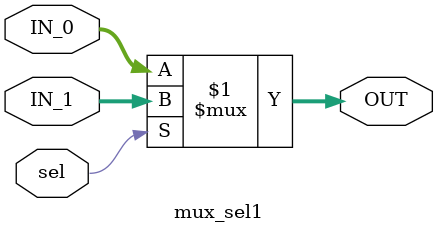
<source format=v>
`timescale 1ns / 1ps
module mux_sel1 #(parameter dw='h10)
(  input [dw-1:0] IN_0, IN_1,
	input sel,
	output [dw-1:0] OUT
    );

assign OUT = sel ? IN_1 : IN_0;

endmodule

</source>
